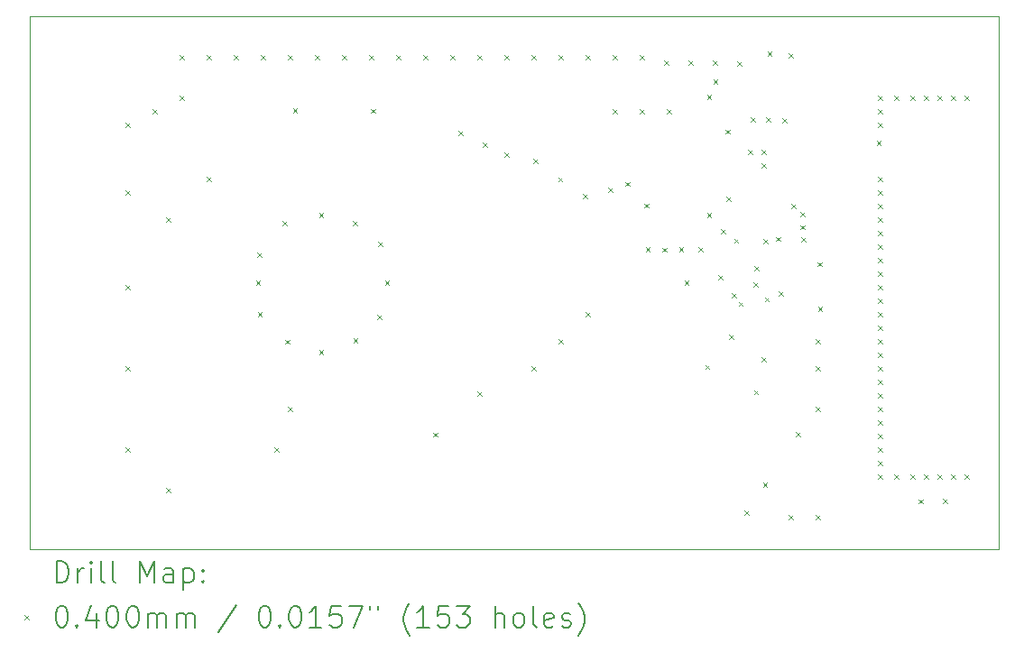
<source format=gbr>
%TF.GenerationSoftware,KiCad,Pcbnew,7.0.6*%
%TF.CreationDate,2024-06-09T16:47:21+02:00*%
%TF.ProjectId,nRF52832_visitcard,6e524635-3238-4333-925f-766973697463,v0.1*%
%TF.SameCoordinates,Original*%
%TF.FileFunction,Drillmap*%
%TF.FilePolarity,Positive*%
%FSLAX45Y45*%
G04 Gerber Fmt 4.5, Leading zero omitted, Abs format (unit mm)*
G04 Created by KiCad (PCBNEW 7.0.6) date 2024-06-09 16:47:21*
%MOMM*%
%LPD*%
G01*
G04 APERTURE LIST*
%ADD10C,0.100000*%
%ADD11C,0.200000*%
%ADD12C,0.040000*%
G04 APERTURE END LIST*
D10*
X10000000Y-8000000D02*
X19100000Y-8000000D01*
X19100000Y-13000000D01*
X10000000Y-13000000D01*
X10000000Y-8000000D01*
D11*
D12*
X10902000Y-8997000D02*
X10942000Y-9037000D01*
X10942000Y-8997000D02*
X10902000Y-9037000D01*
X10902000Y-9632000D02*
X10942000Y-9672000D01*
X10942000Y-9632000D02*
X10902000Y-9672000D01*
X10902000Y-10521000D02*
X10942000Y-10561000D01*
X10942000Y-10521000D02*
X10902000Y-10561000D01*
X10902000Y-11283000D02*
X10942000Y-11323000D01*
X10942000Y-11283000D02*
X10902000Y-11323000D01*
X10902000Y-12045000D02*
X10942000Y-12085000D01*
X10942000Y-12045000D02*
X10902000Y-12085000D01*
X11156000Y-8870000D02*
X11196000Y-8910000D01*
X11196000Y-8870000D02*
X11156000Y-8910000D01*
X11283000Y-9886000D02*
X11323000Y-9926000D01*
X11323000Y-9886000D02*
X11283000Y-9926000D01*
X11283000Y-12426000D02*
X11323000Y-12466000D01*
X11323000Y-12426000D02*
X11283000Y-12466000D01*
X11410000Y-8362000D02*
X11450000Y-8402000D01*
X11450000Y-8362000D02*
X11410000Y-8402000D01*
X11410000Y-8743000D02*
X11450000Y-8783000D01*
X11450000Y-8743000D02*
X11410000Y-8783000D01*
X11664000Y-8362000D02*
X11704000Y-8402000D01*
X11704000Y-8362000D02*
X11664000Y-8402000D01*
X11664000Y-9505000D02*
X11704000Y-9545000D01*
X11704000Y-9505000D02*
X11664000Y-9545000D01*
X11918000Y-8362000D02*
X11958000Y-8402000D01*
X11958000Y-8362000D02*
X11918000Y-8402000D01*
X12126280Y-10480360D02*
X12166280Y-10520360D01*
X12166280Y-10480360D02*
X12126280Y-10520360D01*
X12138980Y-10216200D02*
X12178980Y-10256200D01*
X12178980Y-10216200D02*
X12138980Y-10256200D01*
X12141520Y-10775000D02*
X12181520Y-10815000D01*
X12181520Y-10775000D02*
X12141520Y-10815000D01*
X12172000Y-8362000D02*
X12212000Y-8402000D01*
X12212000Y-8362000D02*
X12172000Y-8402000D01*
X12299000Y-12045000D02*
X12339000Y-12085000D01*
X12339000Y-12045000D02*
X12299000Y-12085000D01*
X12377740Y-9924100D02*
X12417740Y-9964100D01*
X12417740Y-9924100D02*
X12377740Y-9964100D01*
X12403140Y-11036620D02*
X12443140Y-11076620D01*
X12443140Y-11036620D02*
X12403140Y-11076620D01*
X12426000Y-8362000D02*
X12466000Y-8402000D01*
X12466000Y-8362000D02*
X12426000Y-8402000D01*
X12426000Y-11664000D02*
X12466000Y-11704000D01*
X12466000Y-11664000D02*
X12426000Y-11704000D01*
X12471720Y-8862380D02*
X12511720Y-8902380D01*
X12511720Y-8862380D02*
X12471720Y-8902380D01*
X12680000Y-8362000D02*
X12720000Y-8402000D01*
X12720000Y-8362000D02*
X12680000Y-8402000D01*
X12718100Y-9845360D02*
X12758100Y-9885360D01*
X12758100Y-9845360D02*
X12718100Y-9885360D01*
X12718100Y-11135680D02*
X12758100Y-11175680D01*
X12758100Y-11135680D02*
X12718100Y-11175680D01*
X12934000Y-8362000D02*
X12974000Y-8402000D01*
X12974000Y-8362000D02*
X12934000Y-8402000D01*
X13032965Y-9923815D02*
X13072965Y-9963815D01*
X13072965Y-9923815D02*
X13032965Y-9963815D01*
X13040680Y-11023920D02*
X13080680Y-11063920D01*
X13080680Y-11023920D02*
X13040680Y-11063920D01*
X13188000Y-8362000D02*
X13228000Y-8402000D01*
X13228000Y-8362000D02*
X13188000Y-8402000D01*
X13205780Y-8867460D02*
X13245780Y-8907460D01*
X13245780Y-8867460D02*
X13205780Y-8907460D01*
X13261660Y-10802940D02*
X13301660Y-10842940D01*
X13301660Y-10802940D02*
X13261660Y-10842940D01*
X13274360Y-10117140D02*
X13314360Y-10157140D01*
X13314360Y-10117140D02*
X13274360Y-10157140D01*
X13335320Y-10482900D02*
X13375320Y-10522900D01*
X13375320Y-10482900D02*
X13335320Y-10522900D01*
X13442000Y-8362000D02*
X13482000Y-8402000D01*
X13482000Y-8362000D02*
X13442000Y-8402000D01*
X13696000Y-8362000D02*
X13736000Y-8402000D01*
X13736000Y-8362000D02*
X13696000Y-8402000D01*
X13789980Y-11907840D02*
X13829980Y-11947840D01*
X13829980Y-11907840D02*
X13789980Y-11947840D01*
X13950000Y-8362000D02*
X13990000Y-8402000D01*
X13990000Y-8362000D02*
X13950000Y-8402000D01*
X14026200Y-9073200D02*
X14066200Y-9113200D01*
X14066200Y-9073200D02*
X14026200Y-9113200D01*
X14204000Y-8362000D02*
X14244000Y-8402000D01*
X14244000Y-8362000D02*
X14204000Y-8402000D01*
X14206540Y-11521760D02*
X14246540Y-11561760D01*
X14246540Y-11521760D02*
X14206540Y-11561760D01*
X14254800Y-9184960D02*
X14294800Y-9224960D01*
X14294800Y-9184960D02*
X14254800Y-9224960D01*
X14458000Y-8362000D02*
X14498000Y-8402000D01*
X14498000Y-8362000D02*
X14458000Y-8402000D01*
X14460540Y-9281480D02*
X14500540Y-9321480D01*
X14500540Y-9281480D02*
X14460540Y-9321480D01*
X14712000Y-8362000D02*
X14752000Y-8402000D01*
X14752000Y-8362000D02*
X14712000Y-8402000D01*
X14712000Y-11283000D02*
X14752000Y-11323000D01*
X14752000Y-11283000D02*
X14712000Y-11323000D01*
X14729780Y-9337360D02*
X14769780Y-9377360D01*
X14769780Y-9337360D02*
X14729780Y-9377360D01*
X14960920Y-9512620D02*
X15000920Y-9552620D01*
X15000920Y-9512620D02*
X14960920Y-9552620D01*
X14966000Y-8362000D02*
X15006000Y-8402000D01*
X15006000Y-8362000D02*
X14966000Y-8402000D01*
X14966000Y-11029000D02*
X15006000Y-11069000D01*
X15006000Y-11029000D02*
X14966000Y-11069000D01*
X15194600Y-9670100D02*
X15234600Y-9710100D01*
X15234600Y-9670100D02*
X15194600Y-9710100D01*
X15220000Y-8362000D02*
X15260000Y-8402000D01*
X15260000Y-8362000D02*
X15220000Y-8402000D01*
X15220000Y-10775000D02*
X15260000Y-10815000D01*
X15260000Y-10775000D02*
X15220000Y-10815000D01*
X15433360Y-9606600D02*
X15473360Y-9646600D01*
X15473360Y-9606600D02*
X15433360Y-9646600D01*
X15474000Y-8362000D02*
X15514000Y-8402000D01*
X15514000Y-8362000D02*
X15474000Y-8402000D01*
X15474000Y-8870000D02*
X15514000Y-8910000D01*
X15514000Y-8870000D02*
X15474000Y-8910000D01*
X15590840Y-9553260D02*
X15630840Y-9593260D01*
X15630840Y-9553260D02*
X15590840Y-9593260D01*
X15728000Y-8362000D02*
X15768000Y-8402000D01*
X15768000Y-8362000D02*
X15728000Y-8402000D01*
X15728000Y-8870000D02*
X15768000Y-8910000D01*
X15768000Y-8870000D02*
X15728000Y-8910000D01*
X15768640Y-9756460D02*
X15808640Y-9796460D01*
X15808640Y-9756460D02*
X15768640Y-9796460D01*
X15783880Y-10165400D02*
X15823880Y-10205400D01*
X15823880Y-10165400D02*
X15783880Y-10205400D01*
X15938820Y-10173020D02*
X15978820Y-10213020D01*
X15978820Y-10173020D02*
X15938820Y-10213020D01*
X15956600Y-8412800D02*
X15996600Y-8452800D01*
X15996600Y-8412800D02*
X15956600Y-8452800D01*
X15982000Y-8870000D02*
X16022000Y-8910000D01*
X16022000Y-8870000D02*
X15982000Y-8910000D01*
X16096300Y-10167940D02*
X16136300Y-10207940D01*
X16136300Y-10167940D02*
X16096300Y-10207940D01*
X16147100Y-10480360D02*
X16187100Y-10520360D01*
X16187100Y-10480360D02*
X16147100Y-10520360D01*
X16185200Y-8412800D02*
X16225200Y-8452800D01*
X16225200Y-8412800D02*
X16185200Y-8452800D01*
X16276641Y-10167939D02*
X16316641Y-10207939D01*
X16316641Y-10167939D02*
X16276641Y-10207939D01*
X16342680Y-11272840D02*
X16382680Y-11312840D01*
X16382680Y-11272840D02*
X16342680Y-11312840D01*
X16357920Y-8735380D02*
X16397920Y-8775380D01*
X16397920Y-8735380D02*
X16357920Y-8775380D01*
X16357920Y-9845360D02*
X16397920Y-9885360D01*
X16397920Y-9845360D02*
X16357920Y-9885360D01*
X16413800Y-8415340D02*
X16453800Y-8455340D01*
X16453800Y-8415340D02*
X16413800Y-8455340D01*
X16418880Y-8593140D02*
X16458880Y-8633140D01*
X16458880Y-8593140D02*
X16418880Y-8633140D01*
X16462060Y-10429560D02*
X16502060Y-10469560D01*
X16502060Y-10429560D02*
X16462060Y-10469560D01*
X16490000Y-10000300D02*
X16530000Y-10040300D01*
X16530000Y-10000300D02*
X16490000Y-10040300D01*
X16533180Y-9062080D02*
X16573180Y-9102080D01*
X16573180Y-9062080D02*
X16533180Y-9102080D01*
X16543340Y-9692960D02*
X16583340Y-9732960D01*
X16583340Y-9692960D02*
X16543340Y-9732960D01*
X16568740Y-10990900D02*
X16608740Y-11030900D01*
X16608740Y-10990900D02*
X16568740Y-11030900D01*
X16591600Y-10601820D02*
X16631600Y-10641820D01*
X16631600Y-10601820D02*
X16591600Y-10641820D01*
X16611920Y-10086660D02*
X16651920Y-10126660D01*
X16651920Y-10086660D02*
X16611920Y-10126660D01*
X16642400Y-8422960D02*
X16682400Y-8462960D01*
X16682400Y-8422960D02*
X16642400Y-8462960D01*
X16654428Y-10679619D02*
X16694428Y-10719619D01*
X16694428Y-10679619D02*
X16654428Y-10719619D01*
X16708440Y-12641900D02*
X16748440Y-12681900D01*
X16748440Y-12641900D02*
X16708440Y-12681900D01*
X16744000Y-9251000D02*
X16784000Y-9291000D01*
X16784000Y-9251000D02*
X16744000Y-9291000D01*
X16766860Y-8946200D02*
X16806860Y-8986200D01*
X16806860Y-8946200D02*
X16766860Y-8986200D01*
X16797340Y-10498140D02*
X16837340Y-10538140D01*
X16837340Y-10498140D02*
X16797340Y-10538140D01*
X16799880Y-11509060D02*
X16839880Y-11549060D01*
X16839880Y-11509060D02*
X16799880Y-11549060D01*
X16802420Y-10348280D02*
X16842420Y-10388280D01*
X16842420Y-10348280D02*
X16802420Y-10388280D01*
X16871000Y-9251000D02*
X16911000Y-9291000D01*
X16911000Y-9251000D02*
X16871000Y-9291000D01*
X16871000Y-9378000D02*
X16911000Y-9418000D01*
X16911000Y-9378000D02*
X16871000Y-9418000D01*
X16873540Y-11201720D02*
X16913540Y-11241720D01*
X16913540Y-11201720D02*
X16873540Y-11241720D01*
X16883700Y-12377740D02*
X16923700Y-12417740D01*
X16923700Y-12377740D02*
X16883700Y-12417740D01*
X16886682Y-10089707D02*
X16926682Y-10129707D01*
X16926682Y-10089707D02*
X16886682Y-10129707D01*
X16901480Y-10637840D02*
X16941480Y-10677840D01*
X16941480Y-10637840D02*
X16901480Y-10677840D01*
X16911640Y-8951280D02*
X16951640Y-8991280D01*
X16951640Y-8951280D02*
X16911640Y-8991280D01*
X16926880Y-8331520D02*
X16966880Y-8371520D01*
X16966880Y-8331520D02*
X16926880Y-8371520D01*
X17005620Y-10071420D02*
X17045620Y-10111420D01*
X17045620Y-10071420D02*
X17005620Y-10111420D01*
X17031210Y-10584500D02*
X17071210Y-10624500D01*
X17071210Y-10584500D02*
X17031210Y-10624500D01*
X17066580Y-8956360D02*
X17106580Y-8996360D01*
X17106580Y-8956360D02*
X17066580Y-8996360D01*
X17125000Y-12680000D02*
X17165000Y-12720000D01*
X17165000Y-12680000D02*
X17125000Y-12720000D01*
X17127540Y-8349300D02*
X17167540Y-8389300D01*
X17167540Y-8349300D02*
X17127540Y-8389300D01*
X17149938Y-9763005D02*
X17189938Y-9803005D01*
X17189938Y-9763005D02*
X17149938Y-9803005D01*
X17193580Y-11902760D02*
X17233580Y-11942760D01*
X17233580Y-11902760D02*
X17193580Y-11942760D01*
X17236404Y-9840869D02*
X17276404Y-9880869D01*
X17276404Y-9840869D02*
X17236404Y-9880869D01*
X17236760Y-9959660D02*
X17276760Y-9999660D01*
X17276760Y-9959660D02*
X17236760Y-9999660D01*
X17244380Y-10076500D02*
X17284380Y-10116500D01*
X17284380Y-10076500D02*
X17244380Y-10116500D01*
X17379000Y-11029000D02*
X17419000Y-11069000D01*
X17419000Y-11029000D02*
X17379000Y-11069000D01*
X17379000Y-11283000D02*
X17419000Y-11323000D01*
X17419000Y-11283000D02*
X17379000Y-11323000D01*
X17379000Y-11664000D02*
X17419000Y-11704000D01*
X17419000Y-11664000D02*
X17379000Y-11704000D01*
X17379000Y-12680000D02*
X17419000Y-12720000D01*
X17419000Y-12680000D02*
X17379000Y-12720000D01*
X17394240Y-10307640D02*
X17434240Y-10347640D01*
X17434240Y-10307640D02*
X17394240Y-10347640D01*
X17399320Y-10729280D02*
X17439320Y-10769280D01*
X17439320Y-10729280D02*
X17399320Y-10769280D01*
X17950500Y-9169720D02*
X17990500Y-9209720D01*
X17990500Y-9169720D02*
X17950500Y-9209720D01*
X17963200Y-8743000D02*
X18003200Y-8783000D01*
X18003200Y-8743000D02*
X17963200Y-8783000D01*
X17963200Y-8870000D02*
X18003200Y-8910000D01*
X18003200Y-8870000D02*
X17963200Y-8910000D01*
X17963200Y-8997000D02*
X18003200Y-9037000D01*
X18003200Y-8997000D02*
X17963200Y-9037000D01*
X17963200Y-9505000D02*
X18003200Y-9545000D01*
X18003200Y-9505000D02*
X17963200Y-9545000D01*
X17963200Y-9632000D02*
X18003200Y-9672000D01*
X18003200Y-9632000D02*
X17963200Y-9672000D01*
X17963200Y-9759000D02*
X18003200Y-9799000D01*
X18003200Y-9759000D02*
X17963200Y-9799000D01*
X17963200Y-9886000D02*
X18003200Y-9926000D01*
X18003200Y-9886000D02*
X17963200Y-9926000D01*
X17963200Y-10013000D02*
X18003200Y-10053000D01*
X18003200Y-10013000D02*
X17963200Y-10053000D01*
X17963200Y-10140000D02*
X18003200Y-10180000D01*
X18003200Y-10140000D02*
X17963200Y-10180000D01*
X17963200Y-10267000D02*
X18003200Y-10307000D01*
X18003200Y-10267000D02*
X17963200Y-10307000D01*
X17963200Y-10394000D02*
X18003200Y-10434000D01*
X18003200Y-10394000D02*
X17963200Y-10434000D01*
X17963200Y-10521000D02*
X18003200Y-10561000D01*
X18003200Y-10521000D02*
X17963200Y-10561000D01*
X17963200Y-10648000D02*
X18003200Y-10688000D01*
X18003200Y-10648000D02*
X17963200Y-10688000D01*
X17963200Y-10775000D02*
X18003200Y-10815000D01*
X18003200Y-10775000D02*
X17963200Y-10815000D01*
X17963200Y-10902000D02*
X18003200Y-10942000D01*
X18003200Y-10902000D02*
X17963200Y-10942000D01*
X17963200Y-11029000D02*
X18003200Y-11069000D01*
X18003200Y-11029000D02*
X17963200Y-11069000D01*
X17963200Y-11156000D02*
X18003200Y-11196000D01*
X18003200Y-11156000D02*
X17963200Y-11196000D01*
X17963200Y-11283000D02*
X18003200Y-11323000D01*
X18003200Y-11283000D02*
X17963200Y-11323000D01*
X17963200Y-11410000D02*
X18003200Y-11450000D01*
X18003200Y-11410000D02*
X17963200Y-11450000D01*
X17963200Y-11537000D02*
X18003200Y-11577000D01*
X18003200Y-11537000D02*
X17963200Y-11577000D01*
X17963200Y-11664000D02*
X18003200Y-11704000D01*
X18003200Y-11664000D02*
X17963200Y-11704000D01*
X17963200Y-11791000D02*
X18003200Y-11831000D01*
X18003200Y-11791000D02*
X17963200Y-11831000D01*
X17963200Y-11918000D02*
X18003200Y-11958000D01*
X18003200Y-11918000D02*
X17963200Y-11958000D01*
X17963200Y-12045000D02*
X18003200Y-12085000D01*
X18003200Y-12045000D02*
X17963200Y-12085000D01*
X17963200Y-12172000D02*
X18003200Y-12212000D01*
X18003200Y-12172000D02*
X17963200Y-12212000D01*
X17963200Y-12299000D02*
X18003200Y-12339000D01*
X18003200Y-12299000D02*
X17963200Y-12339000D01*
X18115600Y-8743000D02*
X18155600Y-8783000D01*
X18155600Y-8743000D02*
X18115600Y-8783000D01*
X18115600Y-12299000D02*
X18155600Y-12339000D01*
X18155600Y-12299000D02*
X18115600Y-12339000D01*
X18268000Y-8743000D02*
X18308000Y-8783000D01*
X18308000Y-8743000D02*
X18268000Y-8783000D01*
X18268000Y-12299000D02*
X18308000Y-12339000D01*
X18308000Y-12299000D02*
X18268000Y-12339000D01*
X18341660Y-12535220D02*
X18381660Y-12575220D01*
X18381660Y-12535220D02*
X18341660Y-12575220D01*
X18395000Y-8743000D02*
X18435000Y-8783000D01*
X18435000Y-8743000D02*
X18395000Y-8783000D01*
X18395000Y-12299000D02*
X18435000Y-12339000D01*
X18435000Y-12299000D02*
X18395000Y-12339000D01*
X18522000Y-8743000D02*
X18562000Y-8783000D01*
X18562000Y-8743000D02*
X18522000Y-8783000D01*
X18522000Y-12299000D02*
X18562000Y-12339000D01*
X18562000Y-12299000D02*
X18522000Y-12339000D01*
X18572800Y-12527600D02*
X18612800Y-12567600D01*
X18612800Y-12527600D02*
X18572800Y-12567600D01*
X18649000Y-8743000D02*
X18689000Y-8783000D01*
X18689000Y-8743000D02*
X18649000Y-8783000D01*
X18649000Y-12299000D02*
X18689000Y-12339000D01*
X18689000Y-12299000D02*
X18649000Y-12339000D01*
X18776000Y-8743000D02*
X18816000Y-8783000D01*
X18816000Y-8743000D02*
X18776000Y-8783000D01*
X18776000Y-12299000D02*
X18816000Y-12339000D01*
X18816000Y-12299000D02*
X18776000Y-12339000D01*
D11*
X10255777Y-13316484D02*
X10255777Y-13116484D01*
X10255777Y-13116484D02*
X10303396Y-13116484D01*
X10303396Y-13116484D02*
X10331967Y-13126008D01*
X10331967Y-13126008D02*
X10351015Y-13145055D01*
X10351015Y-13145055D02*
X10360539Y-13164103D01*
X10360539Y-13164103D02*
X10370063Y-13202198D01*
X10370063Y-13202198D02*
X10370063Y-13230769D01*
X10370063Y-13230769D02*
X10360539Y-13268865D01*
X10360539Y-13268865D02*
X10351015Y-13287912D01*
X10351015Y-13287912D02*
X10331967Y-13306960D01*
X10331967Y-13306960D02*
X10303396Y-13316484D01*
X10303396Y-13316484D02*
X10255777Y-13316484D01*
X10455777Y-13316484D02*
X10455777Y-13183150D01*
X10455777Y-13221246D02*
X10465301Y-13202198D01*
X10465301Y-13202198D02*
X10474824Y-13192674D01*
X10474824Y-13192674D02*
X10493872Y-13183150D01*
X10493872Y-13183150D02*
X10512920Y-13183150D01*
X10579586Y-13316484D02*
X10579586Y-13183150D01*
X10579586Y-13116484D02*
X10570063Y-13126008D01*
X10570063Y-13126008D02*
X10579586Y-13135531D01*
X10579586Y-13135531D02*
X10589110Y-13126008D01*
X10589110Y-13126008D02*
X10579586Y-13116484D01*
X10579586Y-13116484D02*
X10579586Y-13135531D01*
X10703396Y-13316484D02*
X10684348Y-13306960D01*
X10684348Y-13306960D02*
X10674824Y-13287912D01*
X10674824Y-13287912D02*
X10674824Y-13116484D01*
X10808158Y-13316484D02*
X10789110Y-13306960D01*
X10789110Y-13306960D02*
X10779586Y-13287912D01*
X10779586Y-13287912D02*
X10779586Y-13116484D01*
X11036729Y-13316484D02*
X11036729Y-13116484D01*
X11036729Y-13116484D02*
X11103396Y-13259341D01*
X11103396Y-13259341D02*
X11170063Y-13116484D01*
X11170063Y-13116484D02*
X11170063Y-13316484D01*
X11351015Y-13316484D02*
X11351015Y-13211722D01*
X11351015Y-13211722D02*
X11341491Y-13192674D01*
X11341491Y-13192674D02*
X11322443Y-13183150D01*
X11322443Y-13183150D02*
X11284348Y-13183150D01*
X11284348Y-13183150D02*
X11265301Y-13192674D01*
X11351015Y-13306960D02*
X11331967Y-13316484D01*
X11331967Y-13316484D02*
X11284348Y-13316484D01*
X11284348Y-13316484D02*
X11265301Y-13306960D01*
X11265301Y-13306960D02*
X11255777Y-13287912D01*
X11255777Y-13287912D02*
X11255777Y-13268865D01*
X11255777Y-13268865D02*
X11265301Y-13249817D01*
X11265301Y-13249817D02*
X11284348Y-13240293D01*
X11284348Y-13240293D02*
X11331967Y-13240293D01*
X11331967Y-13240293D02*
X11351015Y-13230769D01*
X11446253Y-13183150D02*
X11446253Y-13383150D01*
X11446253Y-13192674D02*
X11465301Y-13183150D01*
X11465301Y-13183150D02*
X11503396Y-13183150D01*
X11503396Y-13183150D02*
X11522443Y-13192674D01*
X11522443Y-13192674D02*
X11531967Y-13202198D01*
X11531967Y-13202198D02*
X11541491Y-13221246D01*
X11541491Y-13221246D02*
X11541491Y-13278388D01*
X11541491Y-13278388D02*
X11531967Y-13297436D01*
X11531967Y-13297436D02*
X11522443Y-13306960D01*
X11522443Y-13306960D02*
X11503396Y-13316484D01*
X11503396Y-13316484D02*
X11465301Y-13316484D01*
X11465301Y-13316484D02*
X11446253Y-13306960D01*
X11627205Y-13297436D02*
X11636729Y-13306960D01*
X11636729Y-13306960D02*
X11627205Y-13316484D01*
X11627205Y-13316484D02*
X11617682Y-13306960D01*
X11617682Y-13306960D02*
X11627205Y-13297436D01*
X11627205Y-13297436D02*
X11627205Y-13316484D01*
X11627205Y-13192674D02*
X11636729Y-13202198D01*
X11636729Y-13202198D02*
X11627205Y-13211722D01*
X11627205Y-13211722D02*
X11617682Y-13202198D01*
X11617682Y-13202198D02*
X11627205Y-13192674D01*
X11627205Y-13192674D02*
X11627205Y-13211722D01*
D12*
X9955000Y-13625000D02*
X9995000Y-13665000D01*
X9995000Y-13625000D02*
X9955000Y-13665000D01*
D11*
X10293872Y-13536484D02*
X10312920Y-13536484D01*
X10312920Y-13536484D02*
X10331967Y-13546008D01*
X10331967Y-13546008D02*
X10341491Y-13555531D01*
X10341491Y-13555531D02*
X10351015Y-13574579D01*
X10351015Y-13574579D02*
X10360539Y-13612674D01*
X10360539Y-13612674D02*
X10360539Y-13660293D01*
X10360539Y-13660293D02*
X10351015Y-13698388D01*
X10351015Y-13698388D02*
X10341491Y-13717436D01*
X10341491Y-13717436D02*
X10331967Y-13726960D01*
X10331967Y-13726960D02*
X10312920Y-13736484D01*
X10312920Y-13736484D02*
X10293872Y-13736484D01*
X10293872Y-13736484D02*
X10274824Y-13726960D01*
X10274824Y-13726960D02*
X10265301Y-13717436D01*
X10265301Y-13717436D02*
X10255777Y-13698388D01*
X10255777Y-13698388D02*
X10246253Y-13660293D01*
X10246253Y-13660293D02*
X10246253Y-13612674D01*
X10246253Y-13612674D02*
X10255777Y-13574579D01*
X10255777Y-13574579D02*
X10265301Y-13555531D01*
X10265301Y-13555531D02*
X10274824Y-13546008D01*
X10274824Y-13546008D02*
X10293872Y-13536484D01*
X10446253Y-13717436D02*
X10455777Y-13726960D01*
X10455777Y-13726960D02*
X10446253Y-13736484D01*
X10446253Y-13736484D02*
X10436729Y-13726960D01*
X10436729Y-13726960D02*
X10446253Y-13717436D01*
X10446253Y-13717436D02*
X10446253Y-13736484D01*
X10627205Y-13603150D02*
X10627205Y-13736484D01*
X10579586Y-13526960D02*
X10531967Y-13669817D01*
X10531967Y-13669817D02*
X10655777Y-13669817D01*
X10770063Y-13536484D02*
X10789110Y-13536484D01*
X10789110Y-13536484D02*
X10808158Y-13546008D01*
X10808158Y-13546008D02*
X10817682Y-13555531D01*
X10817682Y-13555531D02*
X10827205Y-13574579D01*
X10827205Y-13574579D02*
X10836729Y-13612674D01*
X10836729Y-13612674D02*
X10836729Y-13660293D01*
X10836729Y-13660293D02*
X10827205Y-13698388D01*
X10827205Y-13698388D02*
X10817682Y-13717436D01*
X10817682Y-13717436D02*
X10808158Y-13726960D01*
X10808158Y-13726960D02*
X10789110Y-13736484D01*
X10789110Y-13736484D02*
X10770063Y-13736484D01*
X10770063Y-13736484D02*
X10751015Y-13726960D01*
X10751015Y-13726960D02*
X10741491Y-13717436D01*
X10741491Y-13717436D02*
X10731967Y-13698388D01*
X10731967Y-13698388D02*
X10722444Y-13660293D01*
X10722444Y-13660293D02*
X10722444Y-13612674D01*
X10722444Y-13612674D02*
X10731967Y-13574579D01*
X10731967Y-13574579D02*
X10741491Y-13555531D01*
X10741491Y-13555531D02*
X10751015Y-13546008D01*
X10751015Y-13546008D02*
X10770063Y-13536484D01*
X10960539Y-13536484D02*
X10979586Y-13536484D01*
X10979586Y-13536484D02*
X10998634Y-13546008D01*
X10998634Y-13546008D02*
X11008158Y-13555531D01*
X11008158Y-13555531D02*
X11017682Y-13574579D01*
X11017682Y-13574579D02*
X11027205Y-13612674D01*
X11027205Y-13612674D02*
X11027205Y-13660293D01*
X11027205Y-13660293D02*
X11017682Y-13698388D01*
X11017682Y-13698388D02*
X11008158Y-13717436D01*
X11008158Y-13717436D02*
X10998634Y-13726960D01*
X10998634Y-13726960D02*
X10979586Y-13736484D01*
X10979586Y-13736484D02*
X10960539Y-13736484D01*
X10960539Y-13736484D02*
X10941491Y-13726960D01*
X10941491Y-13726960D02*
X10931967Y-13717436D01*
X10931967Y-13717436D02*
X10922444Y-13698388D01*
X10922444Y-13698388D02*
X10912920Y-13660293D01*
X10912920Y-13660293D02*
X10912920Y-13612674D01*
X10912920Y-13612674D02*
X10922444Y-13574579D01*
X10922444Y-13574579D02*
X10931967Y-13555531D01*
X10931967Y-13555531D02*
X10941491Y-13546008D01*
X10941491Y-13546008D02*
X10960539Y-13536484D01*
X11112920Y-13736484D02*
X11112920Y-13603150D01*
X11112920Y-13622198D02*
X11122444Y-13612674D01*
X11122444Y-13612674D02*
X11141491Y-13603150D01*
X11141491Y-13603150D02*
X11170063Y-13603150D01*
X11170063Y-13603150D02*
X11189110Y-13612674D01*
X11189110Y-13612674D02*
X11198634Y-13631722D01*
X11198634Y-13631722D02*
X11198634Y-13736484D01*
X11198634Y-13631722D02*
X11208158Y-13612674D01*
X11208158Y-13612674D02*
X11227205Y-13603150D01*
X11227205Y-13603150D02*
X11255777Y-13603150D01*
X11255777Y-13603150D02*
X11274824Y-13612674D01*
X11274824Y-13612674D02*
X11284348Y-13631722D01*
X11284348Y-13631722D02*
X11284348Y-13736484D01*
X11379586Y-13736484D02*
X11379586Y-13603150D01*
X11379586Y-13622198D02*
X11389110Y-13612674D01*
X11389110Y-13612674D02*
X11408158Y-13603150D01*
X11408158Y-13603150D02*
X11436729Y-13603150D01*
X11436729Y-13603150D02*
X11455777Y-13612674D01*
X11455777Y-13612674D02*
X11465301Y-13631722D01*
X11465301Y-13631722D02*
X11465301Y-13736484D01*
X11465301Y-13631722D02*
X11474824Y-13612674D01*
X11474824Y-13612674D02*
X11493872Y-13603150D01*
X11493872Y-13603150D02*
X11522443Y-13603150D01*
X11522443Y-13603150D02*
X11541491Y-13612674D01*
X11541491Y-13612674D02*
X11551015Y-13631722D01*
X11551015Y-13631722D02*
X11551015Y-13736484D01*
X11941491Y-13526960D02*
X11770063Y-13784103D01*
X12198634Y-13536484D02*
X12217682Y-13536484D01*
X12217682Y-13536484D02*
X12236729Y-13546008D01*
X12236729Y-13546008D02*
X12246253Y-13555531D01*
X12246253Y-13555531D02*
X12255777Y-13574579D01*
X12255777Y-13574579D02*
X12265301Y-13612674D01*
X12265301Y-13612674D02*
X12265301Y-13660293D01*
X12265301Y-13660293D02*
X12255777Y-13698388D01*
X12255777Y-13698388D02*
X12246253Y-13717436D01*
X12246253Y-13717436D02*
X12236729Y-13726960D01*
X12236729Y-13726960D02*
X12217682Y-13736484D01*
X12217682Y-13736484D02*
X12198634Y-13736484D01*
X12198634Y-13736484D02*
X12179586Y-13726960D01*
X12179586Y-13726960D02*
X12170063Y-13717436D01*
X12170063Y-13717436D02*
X12160539Y-13698388D01*
X12160539Y-13698388D02*
X12151015Y-13660293D01*
X12151015Y-13660293D02*
X12151015Y-13612674D01*
X12151015Y-13612674D02*
X12160539Y-13574579D01*
X12160539Y-13574579D02*
X12170063Y-13555531D01*
X12170063Y-13555531D02*
X12179586Y-13546008D01*
X12179586Y-13546008D02*
X12198634Y-13536484D01*
X12351015Y-13717436D02*
X12360539Y-13726960D01*
X12360539Y-13726960D02*
X12351015Y-13736484D01*
X12351015Y-13736484D02*
X12341491Y-13726960D01*
X12341491Y-13726960D02*
X12351015Y-13717436D01*
X12351015Y-13717436D02*
X12351015Y-13736484D01*
X12484348Y-13536484D02*
X12503396Y-13536484D01*
X12503396Y-13536484D02*
X12522444Y-13546008D01*
X12522444Y-13546008D02*
X12531967Y-13555531D01*
X12531967Y-13555531D02*
X12541491Y-13574579D01*
X12541491Y-13574579D02*
X12551015Y-13612674D01*
X12551015Y-13612674D02*
X12551015Y-13660293D01*
X12551015Y-13660293D02*
X12541491Y-13698388D01*
X12541491Y-13698388D02*
X12531967Y-13717436D01*
X12531967Y-13717436D02*
X12522444Y-13726960D01*
X12522444Y-13726960D02*
X12503396Y-13736484D01*
X12503396Y-13736484D02*
X12484348Y-13736484D01*
X12484348Y-13736484D02*
X12465301Y-13726960D01*
X12465301Y-13726960D02*
X12455777Y-13717436D01*
X12455777Y-13717436D02*
X12446253Y-13698388D01*
X12446253Y-13698388D02*
X12436729Y-13660293D01*
X12436729Y-13660293D02*
X12436729Y-13612674D01*
X12436729Y-13612674D02*
X12446253Y-13574579D01*
X12446253Y-13574579D02*
X12455777Y-13555531D01*
X12455777Y-13555531D02*
X12465301Y-13546008D01*
X12465301Y-13546008D02*
X12484348Y-13536484D01*
X12741491Y-13736484D02*
X12627206Y-13736484D01*
X12684348Y-13736484D02*
X12684348Y-13536484D01*
X12684348Y-13536484D02*
X12665301Y-13565055D01*
X12665301Y-13565055D02*
X12646253Y-13584103D01*
X12646253Y-13584103D02*
X12627206Y-13593627D01*
X12922444Y-13536484D02*
X12827206Y-13536484D01*
X12827206Y-13536484D02*
X12817682Y-13631722D01*
X12817682Y-13631722D02*
X12827206Y-13622198D01*
X12827206Y-13622198D02*
X12846253Y-13612674D01*
X12846253Y-13612674D02*
X12893872Y-13612674D01*
X12893872Y-13612674D02*
X12912920Y-13622198D01*
X12912920Y-13622198D02*
X12922444Y-13631722D01*
X12922444Y-13631722D02*
X12931967Y-13650769D01*
X12931967Y-13650769D02*
X12931967Y-13698388D01*
X12931967Y-13698388D02*
X12922444Y-13717436D01*
X12922444Y-13717436D02*
X12912920Y-13726960D01*
X12912920Y-13726960D02*
X12893872Y-13736484D01*
X12893872Y-13736484D02*
X12846253Y-13736484D01*
X12846253Y-13736484D02*
X12827206Y-13726960D01*
X12827206Y-13726960D02*
X12817682Y-13717436D01*
X12998634Y-13536484D02*
X13131967Y-13536484D01*
X13131967Y-13536484D02*
X13046253Y-13736484D01*
X13198634Y-13536484D02*
X13198634Y-13574579D01*
X13274825Y-13536484D02*
X13274825Y-13574579D01*
X13570063Y-13812674D02*
X13560539Y-13803150D01*
X13560539Y-13803150D02*
X13541491Y-13774579D01*
X13541491Y-13774579D02*
X13531968Y-13755531D01*
X13531968Y-13755531D02*
X13522444Y-13726960D01*
X13522444Y-13726960D02*
X13512920Y-13679341D01*
X13512920Y-13679341D02*
X13512920Y-13641246D01*
X13512920Y-13641246D02*
X13522444Y-13593627D01*
X13522444Y-13593627D02*
X13531968Y-13565055D01*
X13531968Y-13565055D02*
X13541491Y-13546008D01*
X13541491Y-13546008D02*
X13560539Y-13517436D01*
X13560539Y-13517436D02*
X13570063Y-13507912D01*
X13751015Y-13736484D02*
X13636729Y-13736484D01*
X13693872Y-13736484D02*
X13693872Y-13536484D01*
X13693872Y-13536484D02*
X13674825Y-13565055D01*
X13674825Y-13565055D02*
X13655777Y-13584103D01*
X13655777Y-13584103D02*
X13636729Y-13593627D01*
X13931968Y-13536484D02*
X13836729Y-13536484D01*
X13836729Y-13536484D02*
X13827206Y-13631722D01*
X13827206Y-13631722D02*
X13836729Y-13622198D01*
X13836729Y-13622198D02*
X13855777Y-13612674D01*
X13855777Y-13612674D02*
X13903396Y-13612674D01*
X13903396Y-13612674D02*
X13922444Y-13622198D01*
X13922444Y-13622198D02*
X13931968Y-13631722D01*
X13931968Y-13631722D02*
X13941491Y-13650769D01*
X13941491Y-13650769D02*
X13941491Y-13698388D01*
X13941491Y-13698388D02*
X13931968Y-13717436D01*
X13931968Y-13717436D02*
X13922444Y-13726960D01*
X13922444Y-13726960D02*
X13903396Y-13736484D01*
X13903396Y-13736484D02*
X13855777Y-13736484D01*
X13855777Y-13736484D02*
X13836729Y-13726960D01*
X13836729Y-13726960D02*
X13827206Y-13717436D01*
X14008158Y-13536484D02*
X14131968Y-13536484D01*
X14131968Y-13536484D02*
X14065301Y-13612674D01*
X14065301Y-13612674D02*
X14093872Y-13612674D01*
X14093872Y-13612674D02*
X14112920Y-13622198D01*
X14112920Y-13622198D02*
X14122444Y-13631722D01*
X14122444Y-13631722D02*
X14131968Y-13650769D01*
X14131968Y-13650769D02*
X14131968Y-13698388D01*
X14131968Y-13698388D02*
X14122444Y-13717436D01*
X14122444Y-13717436D02*
X14112920Y-13726960D01*
X14112920Y-13726960D02*
X14093872Y-13736484D01*
X14093872Y-13736484D02*
X14036729Y-13736484D01*
X14036729Y-13736484D02*
X14017682Y-13726960D01*
X14017682Y-13726960D02*
X14008158Y-13717436D01*
X14370063Y-13736484D02*
X14370063Y-13536484D01*
X14455777Y-13736484D02*
X14455777Y-13631722D01*
X14455777Y-13631722D02*
X14446253Y-13612674D01*
X14446253Y-13612674D02*
X14427206Y-13603150D01*
X14427206Y-13603150D02*
X14398634Y-13603150D01*
X14398634Y-13603150D02*
X14379587Y-13612674D01*
X14379587Y-13612674D02*
X14370063Y-13622198D01*
X14579587Y-13736484D02*
X14560539Y-13726960D01*
X14560539Y-13726960D02*
X14551015Y-13717436D01*
X14551015Y-13717436D02*
X14541491Y-13698388D01*
X14541491Y-13698388D02*
X14541491Y-13641246D01*
X14541491Y-13641246D02*
X14551015Y-13622198D01*
X14551015Y-13622198D02*
X14560539Y-13612674D01*
X14560539Y-13612674D02*
X14579587Y-13603150D01*
X14579587Y-13603150D02*
X14608158Y-13603150D01*
X14608158Y-13603150D02*
X14627206Y-13612674D01*
X14627206Y-13612674D02*
X14636730Y-13622198D01*
X14636730Y-13622198D02*
X14646253Y-13641246D01*
X14646253Y-13641246D02*
X14646253Y-13698388D01*
X14646253Y-13698388D02*
X14636730Y-13717436D01*
X14636730Y-13717436D02*
X14627206Y-13726960D01*
X14627206Y-13726960D02*
X14608158Y-13736484D01*
X14608158Y-13736484D02*
X14579587Y-13736484D01*
X14760539Y-13736484D02*
X14741491Y-13726960D01*
X14741491Y-13726960D02*
X14731968Y-13707912D01*
X14731968Y-13707912D02*
X14731968Y-13536484D01*
X14912920Y-13726960D02*
X14893872Y-13736484D01*
X14893872Y-13736484D02*
X14855777Y-13736484D01*
X14855777Y-13736484D02*
X14836730Y-13726960D01*
X14836730Y-13726960D02*
X14827206Y-13707912D01*
X14827206Y-13707912D02*
X14827206Y-13631722D01*
X14827206Y-13631722D02*
X14836730Y-13612674D01*
X14836730Y-13612674D02*
X14855777Y-13603150D01*
X14855777Y-13603150D02*
X14893872Y-13603150D01*
X14893872Y-13603150D02*
X14912920Y-13612674D01*
X14912920Y-13612674D02*
X14922444Y-13631722D01*
X14922444Y-13631722D02*
X14922444Y-13650769D01*
X14922444Y-13650769D02*
X14827206Y-13669817D01*
X14998634Y-13726960D02*
X15017682Y-13736484D01*
X15017682Y-13736484D02*
X15055777Y-13736484D01*
X15055777Y-13736484D02*
X15074825Y-13726960D01*
X15074825Y-13726960D02*
X15084349Y-13707912D01*
X15084349Y-13707912D02*
X15084349Y-13698388D01*
X15084349Y-13698388D02*
X15074825Y-13679341D01*
X15074825Y-13679341D02*
X15055777Y-13669817D01*
X15055777Y-13669817D02*
X15027206Y-13669817D01*
X15027206Y-13669817D02*
X15008158Y-13660293D01*
X15008158Y-13660293D02*
X14998634Y-13641246D01*
X14998634Y-13641246D02*
X14998634Y-13631722D01*
X14998634Y-13631722D02*
X15008158Y-13612674D01*
X15008158Y-13612674D02*
X15027206Y-13603150D01*
X15027206Y-13603150D02*
X15055777Y-13603150D01*
X15055777Y-13603150D02*
X15074825Y-13612674D01*
X15151015Y-13812674D02*
X15160539Y-13803150D01*
X15160539Y-13803150D02*
X15179587Y-13774579D01*
X15179587Y-13774579D02*
X15189111Y-13755531D01*
X15189111Y-13755531D02*
X15198634Y-13726960D01*
X15198634Y-13726960D02*
X15208158Y-13679341D01*
X15208158Y-13679341D02*
X15208158Y-13641246D01*
X15208158Y-13641246D02*
X15198634Y-13593627D01*
X15198634Y-13593627D02*
X15189111Y-13565055D01*
X15189111Y-13565055D02*
X15179587Y-13546008D01*
X15179587Y-13546008D02*
X15160539Y-13517436D01*
X15160539Y-13517436D02*
X15151015Y-13507912D01*
M02*

</source>
